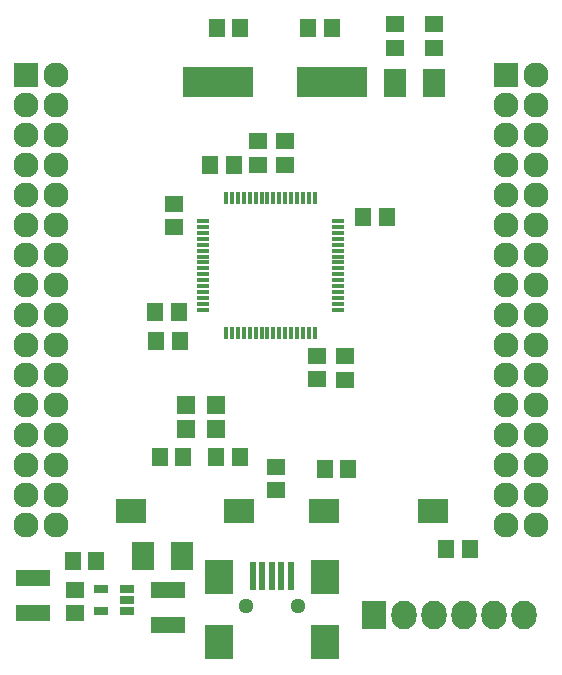
<source format=gbr>
G04 #@! TF.FileFunction,Soldermask,Top*
%FSLAX46Y46*%
G04 Gerber Fmt 4.6, Leading zero omitted, Abs format (unit mm)*
G04 Created by KiCad (PCBNEW 4.0.0-rc2-stable) date 11/24/2015 8:04:16 PM*
%MOMM*%
G01*
G04 APERTURE LIST*
%ADD10C,0.100000*%
%ADD11R,0.351600X1.101600*%
%ADD12R,1.101600X0.351600*%
%ADD13R,1.598880X1.598880*%
%ADD14R,1.924000X2.432000*%
%ADD15R,2.580000X2.000000*%
%ADD16R,1.161600X0.751600*%
%ADD17R,0.601980X2.402840*%
%ADD18R,2.398980X2.899360*%
%ADD19C,1.299160*%
%ADD20R,1.400000X1.650000*%
%ADD21R,1.650000X1.400000*%
%ADD22R,2.900000X1.400000*%
%ADD23R,2.127200X2.432000*%
%ADD24O,2.127200X2.432000*%
%ADD25R,2.127200X2.127200*%
%ADD26O,2.127200X2.127200*%
%ADD27R,6.000700X2.500580*%
G04 APERTURE END LIST*
D10*
D11*
X79061000Y-99329000D03*
X78561000Y-99329000D03*
X78061000Y-99329000D03*
X77561000Y-99329000D03*
X77061000Y-99329000D03*
X76561000Y-99329000D03*
X76061000Y-99329000D03*
X75561000Y-99329000D03*
X75061000Y-99329000D03*
X74561000Y-99329000D03*
X74061000Y-99329000D03*
X73561000Y-99329000D03*
X73061000Y-99329000D03*
X72561000Y-99329000D03*
X72061000Y-99329000D03*
X71561000Y-99329000D03*
D12*
X69611000Y-101279000D03*
X69611000Y-101779000D03*
X69611000Y-102279000D03*
X69611000Y-102779000D03*
X69611000Y-103279000D03*
X69611000Y-103779000D03*
X69611000Y-104279000D03*
X69611000Y-104779000D03*
X69611000Y-105279000D03*
X69611000Y-105779000D03*
X69611000Y-106279000D03*
X69611000Y-106779000D03*
X69611000Y-107279000D03*
X69611000Y-107779000D03*
X69611000Y-108279000D03*
X69611000Y-108779000D03*
D11*
X71561000Y-110729000D03*
X72061000Y-110729000D03*
X72561000Y-110729000D03*
X73061000Y-110729000D03*
X73561000Y-110729000D03*
X74061000Y-110729000D03*
X74561000Y-110729000D03*
X75061000Y-110729000D03*
X75561000Y-110729000D03*
X76061000Y-110729000D03*
X76561000Y-110729000D03*
X77061000Y-110729000D03*
X77561000Y-110729000D03*
X78061000Y-110729000D03*
X78561000Y-110729000D03*
X79061000Y-110729000D03*
D12*
X81011000Y-108779000D03*
X81011000Y-108279000D03*
X81011000Y-107779000D03*
X81011000Y-107279000D03*
X81011000Y-106779000D03*
X81011000Y-106279000D03*
X81011000Y-105779000D03*
X81011000Y-105279000D03*
X81011000Y-104779000D03*
X81011000Y-104279000D03*
X81011000Y-103779000D03*
X81011000Y-103279000D03*
X81011000Y-102779000D03*
X81011000Y-102279000D03*
X81011000Y-101779000D03*
X81011000Y-101279000D03*
D13*
X68135500Y-116806980D03*
X68135500Y-118905020D03*
D14*
X64516000Y-129667000D03*
X67818000Y-129667000D03*
D15*
X72674430Y-125859320D03*
X63469570Y-125854680D03*
D16*
X63203000Y-134300000D03*
X63203000Y-133350000D03*
X63203000Y-132400000D03*
X61003000Y-132400000D03*
X61003000Y-134300000D03*
D17*
X73837800Y-131297680D03*
X74637900Y-131297680D03*
X75438000Y-131297680D03*
X76238100Y-131297680D03*
X77038200Y-131297680D03*
D18*
X70987920Y-131396740D03*
X70987920Y-136895840D03*
X79888080Y-131396740D03*
X79888080Y-136895840D03*
D19*
X73238360Y-133896100D03*
X77637640Y-133896100D03*
D20*
X83137500Y-100901500D03*
X85137500Y-100901500D03*
D21*
X79248000Y-112665000D03*
X79248000Y-114665000D03*
X81588768Y-112721682D03*
X81588768Y-114721682D03*
D20*
X65564000Y-108966000D03*
X67564000Y-108966000D03*
D21*
X74295000Y-96504000D03*
X74295000Y-94504000D03*
D20*
X67611500Y-111442500D03*
X65611500Y-111442500D03*
X78518000Y-84963000D03*
X80518000Y-84963000D03*
X72771000Y-84963000D03*
X70771000Y-84963000D03*
D21*
X89154000Y-84598000D03*
X89154000Y-86598000D03*
X85852000Y-84598000D03*
X85852000Y-86598000D03*
X67183000Y-101790500D03*
X67183000Y-99790500D03*
D20*
X72204875Y-96507365D03*
X70204875Y-96507365D03*
D22*
X66675000Y-132485000D03*
X66675000Y-135485000D03*
D21*
X58801000Y-134477000D03*
X58801000Y-132477000D03*
D22*
X55245000Y-134469000D03*
X55245000Y-131469000D03*
D13*
X70675500Y-116806980D03*
X70675500Y-118905020D03*
D23*
X84074000Y-134620000D03*
D24*
X86614000Y-134620000D03*
X89154000Y-134620000D03*
X91694000Y-134620000D03*
X94234000Y-134620000D03*
X96774000Y-134620000D03*
D25*
X54610000Y-88900000D03*
D26*
X57150000Y-88900000D03*
X54610000Y-91440000D03*
X57150000Y-91440000D03*
X54610000Y-93980000D03*
X57150000Y-93980000D03*
X54610000Y-96520000D03*
X57150000Y-96520000D03*
X54610000Y-99060000D03*
X57150000Y-99060000D03*
X54610000Y-101600000D03*
X57150000Y-101600000D03*
X54610000Y-104140000D03*
X57150000Y-104140000D03*
X54610000Y-106680000D03*
X57150000Y-106680000D03*
X54610000Y-109220000D03*
X57150000Y-109220000D03*
X54610000Y-111760000D03*
X57150000Y-111760000D03*
X54610000Y-114300000D03*
X57150000Y-114300000D03*
X54610000Y-116840000D03*
X57150000Y-116840000D03*
X54610000Y-119380000D03*
X57150000Y-119380000D03*
X54610000Y-121920000D03*
X57150000Y-121920000D03*
X54610000Y-124460000D03*
X57150000Y-124460000D03*
X54610000Y-127000000D03*
X57150000Y-127000000D03*
D25*
X95250000Y-88900000D03*
D26*
X97790000Y-88900000D03*
X95250000Y-91440000D03*
X97790000Y-91440000D03*
X95250000Y-93980000D03*
X97790000Y-93980000D03*
X95250000Y-96520000D03*
X97790000Y-96520000D03*
X95250000Y-99060000D03*
X97790000Y-99060000D03*
X95250000Y-101600000D03*
X97790000Y-101600000D03*
X95250000Y-104140000D03*
X97790000Y-104140000D03*
X95250000Y-106680000D03*
X97790000Y-106680000D03*
X95250000Y-109220000D03*
X97790000Y-109220000D03*
X95250000Y-111760000D03*
X97790000Y-111760000D03*
X95250000Y-114300000D03*
X97790000Y-114300000D03*
X95250000Y-116840000D03*
X97790000Y-116840000D03*
X95250000Y-119380000D03*
X97790000Y-119380000D03*
X95250000Y-121920000D03*
X97790000Y-121920000D03*
X95250000Y-124460000D03*
X97790000Y-124460000D03*
X95250000Y-127000000D03*
X97790000Y-127000000D03*
D27*
X70843140Y-89535000D03*
X80540860Y-89535000D03*
D14*
X89190869Y-89554317D03*
X85888869Y-89554317D03*
D20*
X92186000Y-129032000D03*
X90186000Y-129032000D03*
D21*
X76581000Y-94504000D03*
X76581000Y-96504000D03*
X75755500Y-122063000D03*
X75755500Y-124063000D03*
D20*
X65929000Y-121285000D03*
X67929000Y-121285000D03*
X72691500Y-121285000D03*
X70691500Y-121285000D03*
X79899000Y-122301000D03*
X81899000Y-122301000D03*
X60563000Y-130048000D03*
X58563000Y-130048000D03*
D15*
X89057430Y-125859320D03*
X79852570Y-125854680D03*
M02*

</source>
